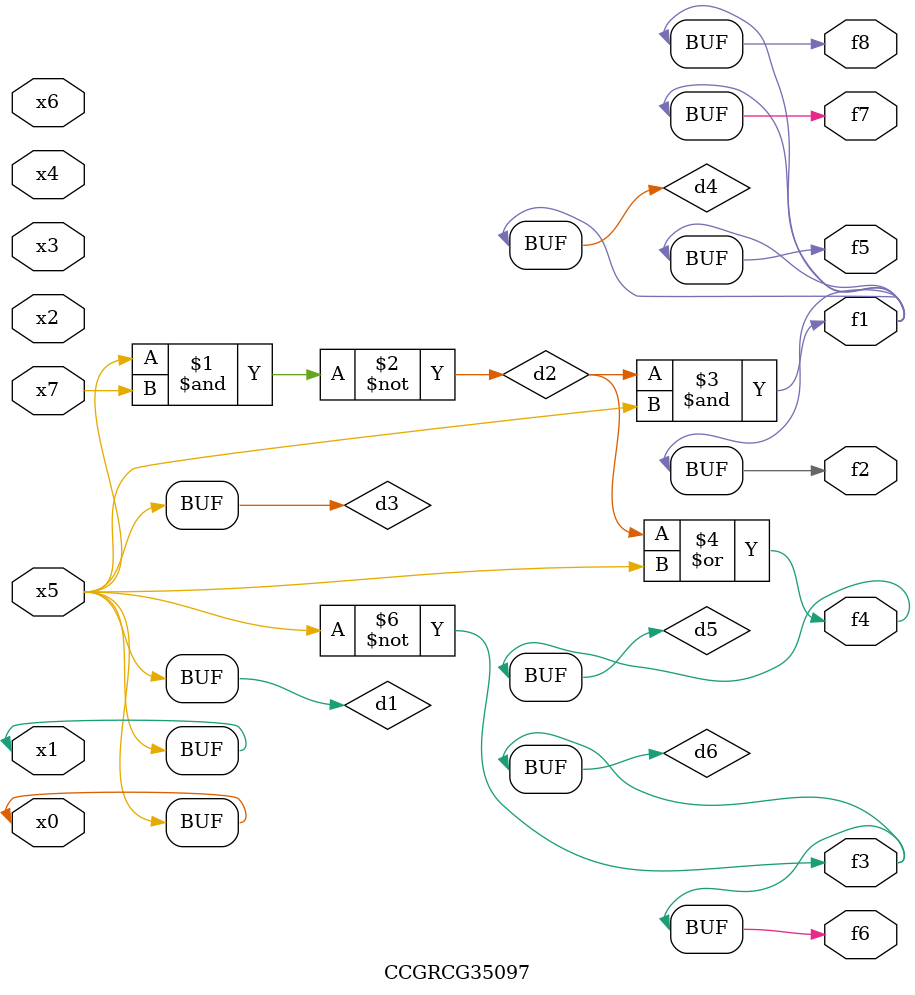
<source format=v>
module CCGRCG35097(
	input x0, x1, x2, x3, x4, x5, x6, x7,
	output f1, f2, f3, f4, f5, f6, f7, f8
);

	wire d1, d2, d3, d4, d5, d6;

	buf (d1, x0, x5);
	nand (d2, x5, x7);
	buf (d3, x0, x1);
	and (d4, d2, d3);
	or (d5, d2, d3);
	nor (d6, d1, d3);
	assign f1 = d4;
	assign f2 = d4;
	assign f3 = d6;
	assign f4 = d5;
	assign f5 = d4;
	assign f6 = d6;
	assign f7 = d4;
	assign f8 = d4;
endmodule

</source>
